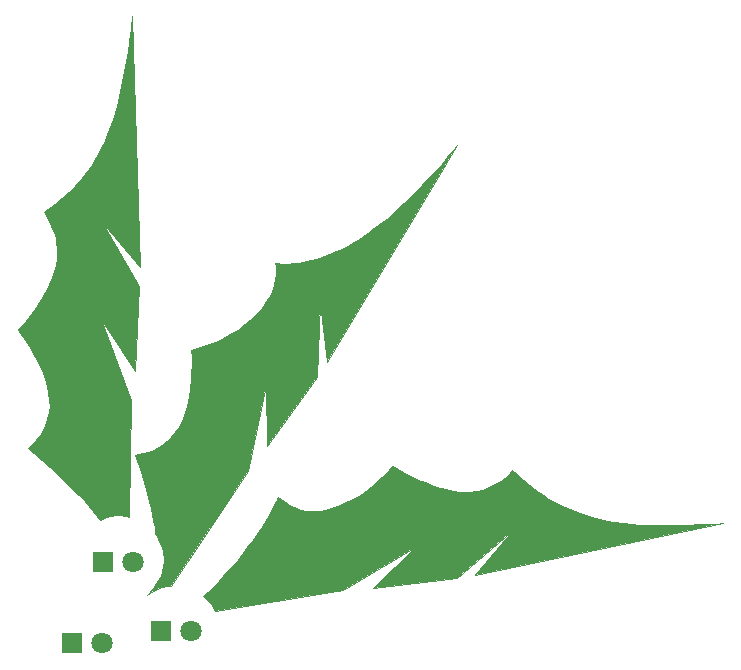
<source format=gtl>
%TF.GenerationSoftware,KiCad,Pcbnew,(5.1.8)-1*%
%TF.CreationDate,2020-12-24T12:29:03-03:00*%
%TF.ProjectId,christmasornament,63687269-7374-46d6-9173-6f726e616d65,rev?*%
%TF.SameCoordinates,Original*%
%TF.FileFunction,Copper,L1,Top*%
%TF.FilePolarity,Positive*%
%FSLAX46Y46*%
G04 Gerber Fmt 4.6, Leading zero omitted, Abs format (unit mm)*
G04 Created by KiCad (PCBNEW (5.1.8)-1) date 2020-12-24 12:29:03*
%MOMM*%
%LPD*%
G01*
G04 APERTURE LIST*
%TA.AperFunction,NonConductor*%
%ADD10C,0.100000*%
%TD*%
%TA.AperFunction,ComponentPad*%
%ADD11R,1.800000X1.800000*%
%TD*%
%TA.AperFunction,ComponentPad*%
%ADD12C,1.800000*%
%TD*%
G04 APERTURE END LIST*
D10*
G36*
X33740000Y55540000D02*
G01*
X30500000Y59340000D01*
X33650000Y53960000D01*
X33280000Y46740000D01*
X30450000Y51120000D01*
X32970000Y44270000D01*
X32800000Y34430000D01*
X32630000Y34470000D01*
X32400000Y34510000D01*
X32150000Y34530000D01*
X31900000Y34530000D01*
X31620000Y34520000D01*
X31350000Y34480000D01*
X31130000Y34440000D01*
X30920000Y34380000D01*
X30660000Y34300000D01*
X30460000Y34220000D01*
X30290000Y34140000D01*
X29980000Y34530000D01*
X28960000Y35810000D01*
X27550000Y37220000D01*
X26230000Y38420000D01*
X24230000Y40210000D01*
X24440000Y40400000D01*
X24750000Y40710000D01*
X24910000Y40900000D01*
X25120000Y41130000D01*
X25310000Y41420000D01*
X25680000Y42090000D01*
X25880000Y42660000D01*
X26020000Y43320000D01*
X26060000Y43750000D01*
X26050000Y44330000D01*
X25970000Y44960000D01*
X25780000Y45800000D01*
X25500000Y46590000D01*
X25250000Y47150000D01*
X24930000Y47820000D01*
X24700000Y48230000D01*
X24370000Y48770000D01*
X23990000Y49360000D01*
X23790000Y49650000D01*
X23410000Y50210000D01*
X24030000Y50960000D01*
X24840000Y52020000D01*
X25420000Y52920000D01*
X25870000Y53730000D01*
X26200000Y54460000D01*
X26430000Y55140000D01*
X26580000Y55760000D01*
X26660000Y56230000D01*
X26690000Y56740000D01*
X26680000Y57260000D01*
X26630000Y57630000D01*
X26570000Y57970000D01*
X26480000Y58350000D01*
X26360000Y58700000D01*
X26210000Y59070000D01*
X26020000Y59460000D01*
X25830000Y59800000D01*
X25550000Y60210000D01*
X26520000Y60870000D01*
X27130000Y61370000D01*
X27740000Y61910000D01*
X28190000Y62380000D01*
X28820000Y63080000D01*
X29640000Y64200000D01*
X30370000Y65500000D01*
X30720000Y66240000D01*
X31040000Y67030000D01*
X31480000Y68270000D01*
X31840000Y69510000D01*
X32320000Y71670000D01*
X32680000Y73830000D01*
X32890000Y75320000D01*
X32920000Y75550000D01*
X32940000Y75720000D01*
X32960000Y75860000D01*
X33060000Y76660000D01*
X33080000Y76800000D01*
X33740000Y55540000D01*
G37*
X33740000Y55540000D02*
X30500000Y59340000D01*
X33650000Y53960000D01*
X33280000Y46740000D01*
X30450000Y51120000D01*
X32970000Y44270000D01*
X32800000Y34430000D01*
X32630000Y34470000D01*
X32400000Y34510000D01*
X32150000Y34530000D01*
X31900000Y34530000D01*
X31620000Y34520000D01*
X31350000Y34480000D01*
X31130000Y34440000D01*
X30920000Y34380000D01*
X30660000Y34300000D01*
X30460000Y34220000D01*
X30290000Y34140000D01*
X29980000Y34530000D01*
X28960000Y35810000D01*
X27550000Y37220000D01*
X26230000Y38420000D01*
X24230000Y40210000D01*
X24440000Y40400000D01*
X24750000Y40710000D01*
X24910000Y40900000D01*
X25120000Y41130000D01*
X25310000Y41420000D01*
X25680000Y42090000D01*
X25880000Y42660000D01*
X26020000Y43320000D01*
X26060000Y43750000D01*
X26050000Y44330000D01*
X25970000Y44960000D01*
X25780000Y45800000D01*
X25500000Y46590000D01*
X25250000Y47150000D01*
X24930000Y47820000D01*
X24700000Y48230000D01*
X24370000Y48770000D01*
X23990000Y49360000D01*
X23790000Y49650000D01*
X23410000Y50210000D01*
X24030000Y50960000D01*
X24840000Y52020000D01*
X25420000Y52920000D01*
X25870000Y53730000D01*
X26200000Y54460000D01*
X26430000Y55140000D01*
X26580000Y55760000D01*
X26660000Y56230000D01*
X26690000Y56740000D01*
X26680000Y57260000D01*
X26630000Y57630000D01*
X26570000Y57970000D01*
X26480000Y58350000D01*
X26360000Y58700000D01*
X26210000Y59070000D01*
X26020000Y59460000D01*
X25830000Y59800000D01*
X25550000Y60210000D01*
X26520000Y60870000D01*
X27130000Y61370000D01*
X27740000Y61910000D01*
X28190000Y62380000D01*
X28820000Y63080000D01*
X29640000Y64200000D01*
X30370000Y65500000D01*
X30720000Y66240000D01*
X31040000Y67030000D01*
X31480000Y68270000D01*
X31840000Y69510000D01*
X32320000Y71670000D01*
X32680000Y73830000D01*
X32890000Y75320000D01*
X32920000Y75550000D01*
X32940000Y75720000D01*
X32960000Y75860000D01*
X33060000Y76660000D01*
X33080000Y76800000D01*
X33740000Y55540000D01*
G36*
X49580000Y47520000D02*
G01*
X48930000Y52480000D01*
X48670000Y46260000D01*
X44480000Y40370000D01*
X44420000Y45550000D01*
X42860000Y38270000D01*
X36360000Y28550000D01*
X36280000Y28550000D01*
X36100000Y28540000D01*
X35920000Y28520000D01*
X35560000Y28440000D01*
X35120000Y28290000D01*
X34810000Y28130000D01*
X34570000Y27980000D01*
X34350000Y27810000D01*
X34470000Y27940000D01*
X34600000Y28080000D01*
X34760000Y28270000D01*
X34910000Y28470000D01*
X35180000Y28870000D01*
X35350000Y29160000D01*
X35460000Y29400000D01*
X35600000Y29760000D01*
X35690000Y30140000D01*
X35740000Y30590000D01*
X35740000Y30940000D01*
X35690000Y31390000D01*
X35590000Y31810000D01*
X35440000Y32190000D01*
X35280000Y32550000D01*
X35160000Y32780000D01*
X35030000Y32980000D01*
X34960000Y33520000D01*
X34860000Y34070000D01*
X34750000Y34650000D01*
X34650000Y35120000D01*
X34520000Y35640000D01*
X34400000Y36070000D01*
X34300000Y36460000D01*
X34200000Y36780000D01*
X34130000Y37030000D01*
X34030000Y37370000D01*
X33950000Y37630000D01*
X33780000Y38210000D01*
X33630000Y38680000D01*
X33490000Y39100000D01*
X33370000Y39450000D01*
X33300000Y39650000D01*
X33550000Y39690000D01*
X33970000Y39790000D01*
X34430000Y39920000D01*
X34880000Y40100000D01*
X35180000Y40250000D01*
X35600000Y40490000D01*
X36000000Y40800000D01*
X36360000Y41150000D01*
X36720000Y41590000D01*
X37000000Y42030000D01*
X37270000Y42550000D01*
X37500000Y43170000D01*
X37680000Y43750000D01*
X37850000Y44560000D01*
X37950000Y45260000D01*
X38030000Y46010000D01*
X38060000Y46590000D01*
X38080000Y47210000D01*
X38080000Y47900000D01*
X38060000Y48520000D01*
X38160000Y48540000D01*
X38800000Y48750000D01*
X39340000Y48940000D01*
X39890000Y49160000D01*
X40470000Y49410000D01*
X40930000Y49640000D01*
X41480000Y49940000D01*
X42010000Y50260000D01*
X42200000Y50400000D01*
X42590000Y50700000D01*
X42990000Y51030000D01*
X43410000Y51400000D01*
X43930000Y51960000D01*
X44250000Y52370000D01*
X44510000Y52770000D01*
X44690000Y53080000D01*
X44870000Y53470000D01*
X45060000Y54000000D01*
X45170000Y54520000D01*
X45200000Y54780000D01*
X45220000Y55070000D01*
X45220000Y55400000D01*
X45210000Y55670000D01*
X45190000Y55870000D01*
X45340000Y55870000D01*
X45620000Y55850000D01*
X46150000Y55850000D01*
X46730000Y55880000D01*
X47160000Y55930000D01*
X47490000Y55980000D01*
X47820000Y56050000D01*
X48130000Y56110000D01*
X48320000Y56160000D01*
X48660000Y56250000D01*
X49100000Y56390000D01*
X49560000Y56550000D01*
X50170000Y56810000D01*
X50780000Y57090000D01*
X51300000Y57360000D01*
X51820000Y57660000D01*
X52200000Y57880000D01*
X53060000Y58460000D01*
X53550000Y58820000D01*
X54140000Y59270000D01*
X54610000Y59660000D01*
X55090000Y60070000D01*
X55600000Y60520000D01*
X56080000Y60960000D01*
X56590000Y61460000D01*
X57100000Y61970000D01*
X57580000Y62470000D01*
X58040000Y62970000D01*
X58420000Y63380000D01*
X58880000Y63890000D01*
X59250000Y64320000D01*
X59510000Y64630000D01*
X59920000Y65120000D01*
X60000000Y65210000D01*
X60100000Y65330000D01*
X60190000Y65440000D01*
X60300000Y65580000D01*
X60350000Y65640000D01*
X60410000Y65710000D01*
X60490000Y65810000D01*
X60560000Y65890000D01*
X49580000Y47520000D01*
G37*
X49580000Y47520000D02*
X48930000Y52480000D01*
X48670000Y46260000D01*
X44480000Y40370000D01*
X44420000Y45550000D01*
X42860000Y38270000D01*
X36360000Y28550000D01*
X36280000Y28550000D01*
X36100000Y28540000D01*
X35920000Y28520000D01*
X35560000Y28440000D01*
X35120000Y28290000D01*
X34810000Y28130000D01*
X34570000Y27980000D01*
X34350000Y27810000D01*
X34470000Y27940000D01*
X34600000Y28080000D01*
X34760000Y28270000D01*
X34910000Y28470000D01*
X35180000Y28870000D01*
X35350000Y29160000D01*
X35460000Y29400000D01*
X35600000Y29760000D01*
X35690000Y30140000D01*
X35740000Y30590000D01*
X35740000Y30940000D01*
X35690000Y31390000D01*
X35590000Y31810000D01*
X35440000Y32190000D01*
X35280000Y32550000D01*
X35160000Y32780000D01*
X35030000Y32980000D01*
X34960000Y33520000D01*
X34860000Y34070000D01*
X34750000Y34650000D01*
X34650000Y35120000D01*
X34520000Y35640000D01*
X34400000Y36070000D01*
X34300000Y36460000D01*
X34200000Y36780000D01*
X34130000Y37030000D01*
X34030000Y37370000D01*
X33950000Y37630000D01*
X33780000Y38210000D01*
X33630000Y38680000D01*
X33490000Y39100000D01*
X33370000Y39450000D01*
X33300000Y39650000D01*
X33550000Y39690000D01*
X33970000Y39790000D01*
X34430000Y39920000D01*
X34880000Y40100000D01*
X35180000Y40250000D01*
X35600000Y40490000D01*
X36000000Y40800000D01*
X36360000Y41150000D01*
X36720000Y41590000D01*
X37000000Y42030000D01*
X37270000Y42550000D01*
X37500000Y43170000D01*
X37680000Y43750000D01*
X37850000Y44560000D01*
X37950000Y45260000D01*
X38030000Y46010000D01*
X38060000Y46590000D01*
X38080000Y47210000D01*
X38080000Y47900000D01*
X38060000Y48520000D01*
X38160000Y48540000D01*
X38800000Y48750000D01*
X39340000Y48940000D01*
X39890000Y49160000D01*
X40470000Y49410000D01*
X40930000Y49640000D01*
X41480000Y49940000D01*
X42010000Y50260000D01*
X42200000Y50400000D01*
X42590000Y50700000D01*
X42990000Y51030000D01*
X43410000Y51400000D01*
X43930000Y51960000D01*
X44250000Y52370000D01*
X44510000Y52770000D01*
X44690000Y53080000D01*
X44870000Y53470000D01*
X45060000Y54000000D01*
X45170000Y54520000D01*
X45200000Y54780000D01*
X45220000Y55070000D01*
X45220000Y55400000D01*
X45210000Y55670000D01*
X45190000Y55870000D01*
X45340000Y55870000D01*
X45620000Y55850000D01*
X46150000Y55850000D01*
X46730000Y55880000D01*
X47160000Y55930000D01*
X47490000Y55980000D01*
X47820000Y56050000D01*
X48130000Y56110000D01*
X48320000Y56160000D01*
X48660000Y56250000D01*
X49100000Y56390000D01*
X49560000Y56550000D01*
X50170000Y56810000D01*
X50780000Y57090000D01*
X51300000Y57360000D01*
X51820000Y57660000D01*
X52200000Y57880000D01*
X53060000Y58460000D01*
X53550000Y58820000D01*
X54140000Y59270000D01*
X54610000Y59660000D01*
X55090000Y60070000D01*
X55600000Y60520000D01*
X56080000Y60960000D01*
X56590000Y61460000D01*
X57100000Y61970000D01*
X57580000Y62470000D01*
X58040000Y62970000D01*
X58420000Y63380000D01*
X58880000Y63890000D01*
X59250000Y64320000D01*
X59510000Y64630000D01*
X59920000Y65120000D01*
X60000000Y65210000D01*
X60100000Y65330000D01*
X60190000Y65440000D01*
X60300000Y65580000D01*
X60350000Y65640000D01*
X60410000Y65710000D01*
X60490000Y65810000D01*
X60560000Y65890000D01*
X49580000Y47520000D01*
G36*
X55560000Y38440000D02*
G01*
X56230000Y38070000D01*
X56700000Y37830000D01*
X57290000Y37550000D01*
X57810000Y37320000D01*
X58580000Y37030000D01*
X59160000Y36850000D01*
X59630000Y36730000D01*
X60190000Y36620000D01*
X60750000Y36550000D01*
X61200000Y36530000D01*
X61600000Y36540000D01*
X62130000Y36590000D01*
X62740000Y36720000D01*
X63240000Y36890000D01*
X63610000Y37060000D01*
X63930000Y37240000D01*
X64250000Y37440000D01*
X64600000Y37720000D01*
X64860000Y37960000D01*
X65050000Y38150000D01*
X65250000Y38380000D01*
X65850000Y37800000D01*
X66090000Y37590000D01*
X66370000Y37340000D01*
X66610000Y37160000D01*
X67010000Y36840000D01*
X67310000Y36610000D01*
X67780000Y36300000D01*
X68190000Y36040000D01*
X68780000Y35700000D01*
X69420000Y35360000D01*
X70130000Y35040000D01*
X70930000Y34730000D01*
X71520000Y34540000D01*
X72210000Y34340000D01*
X72930000Y34170000D01*
X73780000Y34010000D01*
X74670000Y33880000D01*
X75230000Y33820000D01*
X76180000Y33750000D01*
X76980000Y33710000D01*
X77950000Y33690000D01*
X78950000Y33700000D01*
X80150000Y33730000D01*
X81080000Y33770000D01*
X82020000Y33810000D01*
X82450000Y33840000D01*
X83080000Y33870000D01*
X62110000Y29450000D01*
X65280000Y33290000D01*
X60570000Y29260000D01*
X53460000Y28380000D01*
X57170000Y31910000D01*
X50870000Y28170000D01*
X40040000Y26430000D01*
X39880000Y26750000D01*
X39780000Y26910000D01*
X39670000Y27070000D01*
X39560000Y27210000D01*
X39470000Y27320000D01*
X39330000Y27460000D01*
X39240000Y27540000D01*
X39170000Y27600000D01*
X39120000Y27640000D01*
X39080000Y27670000D01*
X39460000Y28050000D01*
X39720000Y28320000D01*
X40040000Y28640000D01*
X40390000Y29000000D01*
X40760000Y29390000D01*
X41280000Y29960000D01*
X41630000Y30360000D01*
X41980000Y30770000D01*
X42410000Y31310000D01*
X42820000Y31830000D01*
X43250000Y32410000D01*
X43630000Y32960000D01*
X44010000Y33550000D01*
X44290000Y34000000D01*
X44630000Y34590000D01*
X44900000Y35090000D01*
X45160000Y35590000D01*
X45300000Y35860000D01*
X45400000Y36080000D01*
X45870000Y35750000D01*
X46370000Y35430000D01*
X46730000Y35240000D01*
X47110000Y35080000D01*
X47390000Y34990000D01*
X47690000Y34920000D01*
X48070000Y34870000D01*
X48430000Y34860000D01*
X48740000Y34880000D01*
X48980000Y34910000D01*
X49410000Y34990000D01*
X49740000Y35080000D01*
X50180000Y35230000D01*
X50690000Y35420000D01*
X51190000Y35640000D01*
X51570000Y35830000D01*
X52080000Y36110000D01*
X52500000Y36380000D01*
X52830000Y36610000D01*
X53140000Y36840000D01*
X53500000Y37130000D01*
X53810000Y37400000D01*
X54190000Y37760000D01*
X54510000Y38090000D01*
X54780000Y38380000D01*
X55070000Y38730000D01*
X55560000Y38440000D01*
G37*
X55560000Y38440000D02*
X56230000Y38070000D01*
X56700000Y37830000D01*
X57290000Y37550000D01*
X57810000Y37320000D01*
X58580000Y37030000D01*
X59160000Y36850000D01*
X59630000Y36730000D01*
X60190000Y36620000D01*
X60750000Y36550000D01*
X61200000Y36530000D01*
X61600000Y36540000D01*
X62130000Y36590000D01*
X62740000Y36720000D01*
X63240000Y36890000D01*
X63610000Y37060000D01*
X63930000Y37240000D01*
X64250000Y37440000D01*
X64600000Y37720000D01*
X64860000Y37960000D01*
X65050000Y38150000D01*
X65250000Y38380000D01*
X65850000Y37800000D01*
X66090000Y37590000D01*
X66370000Y37340000D01*
X66610000Y37160000D01*
X67010000Y36840000D01*
X67310000Y36610000D01*
X67780000Y36300000D01*
X68190000Y36040000D01*
X68780000Y35700000D01*
X69420000Y35360000D01*
X70130000Y35040000D01*
X70930000Y34730000D01*
X71520000Y34540000D01*
X72210000Y34340000D01*
X72930000Y34170000D01*
X73780000Y34010000D01*
X74670000Y33880000D01*
X75230000Y33820000D01*
X76180000Y33750000D01*
X76980000Y33710000D01*
X77950000Y33690000D01*
X78950000Y33700000D01*
X80150000Y33730000D01*
X81080000Y33770000D01*
X82020000Y33810000D01*
X82450000Y33840000D01*
X83080000Y33870000D01*
X62110000Y29450000D01*
X65280000Y33290000D01*
X60570000Y29260000D01*
X53460000Y28380000D01*
X57170000Y31910000D01*
X50870000Y28170000D01*
X40040000Y26430000D01*
X39880000Y26750000D01*
X39780000Y26910000D01*
X39670000Y27070000D01*
X39560000Y27210000D01*
X39470000Y27320000D01*
X39330000Y27460000D01*
X39240000Y27540000D01*
X39170000Y27600000D01*
X39120000Y27640000D01*
X39080000Y27670000D01*
X39460000Y28050000D01*
X39720000Y28320000D01*
X40040000Y28640000D01*
X40390000Y29000000D01*
X40760000Y29390000D01*
X41280000Y29960000D01*
X41630000Y30360000D01*
X41980000Y30770000D01*
X42410000Y31310000D01*
X42820000Y31830000D01*
X43250000Y32410000D01*
X43630000Y32960000D01*
X44010000Y33550000D01*
X44290000Y34000000D01*
X44630000Y34590000D01*
X44900000Y35090000D01*
X45160000Y35590000D01*
X45300000Y35860000D01*
X45400000Y36080000D01*
X45870000Y35750000D01*
X46370000Y35430000D01*
X46730000Y35240000D01*
X47110000Y35080000D01*
X47390000Y34990000D01*
X47690000Y34920000D01*
X48070000Y34870000D01*
X48430000Y34860000D01*
X48740000Y34880000D01*
X48980000Y34910000D01*
X49410000Y34990000D01*
X49740000Y35080000D01*
X50180000Y35230000D01*
X50690000Y35420000D01*
X51190000Y35640000D01*
X51570000Y35830000D01*
X52080000Y36110000D01*
X52500000Y36380000D01*
X52830000Y36610000D01*
X53140000Y36840000D01*
X53500000Y37130000D01*
X53810000Y37400000D01*
X54190000Y37760000D01*
X54510000Y38090000D01*
X54780000Y38380000D01*
X55070000Y38730000D01*
X55560000Y38440000D01*
D11*
%TO.P,D3,1*%
%TO.N,GND*%
X30550000Y30610000D03*
D12*
%TO.P,D3,2*%
%TO.N,Net-(D3-Pad2)*%
X33090000Y30610000D03*
%TD*%
%TO.P,D1,2*%
%TO.N,Net-(D1-Pad2)*%
X30510000Y23690000D03*
D11*
%TO.P,D1,1*%
%TO.N,GND*%
X27970000Y23690000D03*
%TD*%
%TO.P,D2,1*%
%TO.N,GND*%
X35460000Y24740000D03*
D12*
%TO.P,D2,2*%
%TO.N,Net-(D2-Pad2)*%
X38000000Y24740000D03*
%TD*%
M02*

</source>
